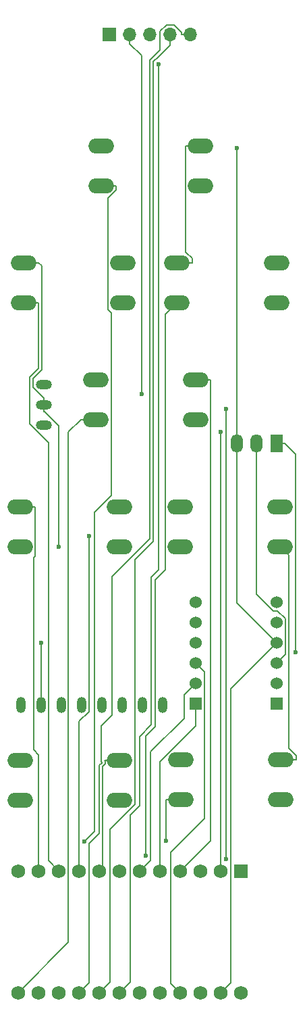
<source format=gbr>
%TF.GenerationSoftware,KiCad,Pcbnew,8.0.6*%
%TF.CreationDate,2025-03-08T22:03:20-06:00*%
%TF.ProjectId,fullycustomcontrolle one handv4,66756c6c-7963-4757-9374-6f6d636f6e74,rev?*%
%TF.SameCoordinates,Original*%
%TF.FileFunction,Copper,L1,Top*%
%TF.FilePolarity,Positive*%
%FSLAX46Y46*%
G04 Gerber Fmt 4.6, Leading zero omitted, Abs format (unit mm)*
G04 Created by KiCad (PCBNEW 8.0.6) date 2025-03-08 22:03:20*
%MOMM*%
%LPD*%
G01*
G04 APERTURE LIST*
%TA.AperFunction,ComponentPad*%
%ADD10O,1.200000X2.000000*%
%TD*%
%TA.AperFunction,ComponentPad*%
%ADD11O,3.200000X1.900000*%
%TD*%
%TA.AperFunction,ComponentPad*%
%ADD12O,2.000000X1.200000*%
%TD*%
%TA.AperFunction,ComponentPad*%
%ADD13R,1.752600X1.752600*%
%TD*%
%TA.AperFunction,ComponentPad*%
%ADD14C,1.752600*%
%TD*%
%TA.AperFunction,ComponentPad*%
%ADD15R,1.700000X1.700000*%
%TD*%
%TA.AperFunction,ComponentPad*%
%ADD16O,1.700000X1.700000*%
%TD*%
%TA.AperFunction,ComponentPad*%
%ADD17C,1.524000*%
%TD*%
%TA.AperFunction,ComponentPad*%
%ADD18R,1.524000X1.524000*%
%TD*%
%TA.AperFunction,ComponentPad*%
%ADD19R,1.500000X2.300000*%
%TD*%
%TA.AperFunction,ComponentPad*%
%ADD20O,1.500000X2.300000*%
%TD*%
%TA.AperFunction,ViaPad*%
%ADD21C,0.600000*%
%TD*%
%TA.AperFunction,Conductor*%
%ADD22C,0.200000*%
%TD*%
G04 APERTURE END LIST*
D10*
%TO.P,MPU1,1,VCC*%
%TO.N,Net-(MPU1-VCC)*%
X180630000Y-110640000D03*
%TO.P,MPU1,2,GND*%
%TO.N,Net-(J1-Pin_1)*%
X183170000Y-110640000D03*
%TO.P,MPU1,3,SCL*%
%TO.N,Net-(MPU1-SCL)*%
X185710000Y-110640000D03*
%TO.P,MPU1,4,SDA*%
%TO.N,Net-(MPU1-SDA)*%
X188250000Y-110640000D03*
%TO.P,MPU1,5,XDA*%
%TO.N,unconnected-(MPU1-XDA-Pad5)*%
X190790000Y-110640000D03*
%TO.P,MPU1,6,XCL*%
%TO.N,unconnected-(MPU1-XCL-Pad6)*%
X193330000Y-110640000D03*
%TO.P,MPU1,7,AD0*%
%TO.N,unconnected-(MPU1-AD0-Pad7)*%
X195870000Y-110640000D03*
%TO.P,MPU1,8,INT*%
%TO.N,unconnected-(MPU1-INT-Pad8)*%
X198410000Y-110640000D03*
%TD*%
D11*
%TO.P,SW8,1,1*%
%TO.N,Net-(SW5-B)*%
X200225000Y-55245000D03*
X212725000Y-55245000D03*
%TO.P,SW8,2,2*%
%TO.N,Net-(U1-B2)*%
X200225000Y-60245000D03*
X212725000Y-60245000D03*
%TD*%
D12*
%TO.P,SW5,1,A*%
%TO.N,Net-(SW5-A)*%
X183515000Y-70485000D03*
%TO.P,SW5,2,B*%
%TO.N,Net-(SW5-B)*%
X183515000Y-73025000D03*
%TO.P,SW5,3,C*%
%TO.N,Net-(SW5-C)*%
X183515000Y-75565000D03*
%TD*%
D11*
%TO.P,SW6,1,1*%
%TO.N,Net-(U1-E6)*%
X193475000Y-60245000D03*
X180975000Y-60245000D03*
%TO.P,SW6,2,2*%
%TO.N,Net-(SW5-B)*%
X193475000Y-55245000D03*
X180975000Y-55245000D03*
%TD*%
D13*
%TO.P,U1,1,TX*%
%TO.N,Net-(SW5-A)*%
X208280000Y-131445000D03*
D14*
%TO.P,U1,2,RX*%
%TO.N,Net-(SW5-C)*%
X205740000Y-131445000D03*
%TO.P,U1,3,GND*%
%TO.N,Net-(SW5-B)*%
X203200000Y-131445000D03*
%TO.P,U1,4,GND*%
%TO.N,Net-(SW9-Pad1)*%
X200660000Y-131445000D03*
%TO.P,U1,5,SDA*%
%TO.N,Net-(U1-SDA)*%
X198120000Y-131445000D03*
%TO.P,U1,6,SCL*%
%TO.N,Net-(U1-SCL)*%
X195580000Y-131445000D03*
%TO.P,U1,7,D4*%
%TO.N,Net-(U1-D4)*%
X193040000Y-131445000D03*
%TO.P,U1,8,C6*%
%TO.N,Net-(U1-C6)*%
X190500000Y-131445000D03*
%TO.P,U1,9,D7*%
%TO.N,Net-(U1-D7)*%
X187960000Y-131445000D03*
%TO.P,U1,10,E6*%
%TO.N,Net-(U1-E6)*%
X185420000Y-131445000D03*
%TO.P,U1,11,B4*%
%TO.N,Net-(U1-B4)*%
X182880000Y-131445000D03*
%TO.P,U1,12,B5*%
%TO.N,Net-(U1-B5)*%
X180340000Y-131445000D03*
%TO.P,U1,13,B6*%
%TO.N,Net-(U1-B6)*%
X180340000Y-146685000D03*
%TO.P,U1,14,B2*%
%TO.N,Net-(U1-B2)*%
X182880000Y-146685000D03*
%TO.P,U1,15,B3*%
%TO.N,unconnected-(U1-B3-Pad15)*%
X185420000Y-146685000D03*
%TO.P,U1,16,B1*%
%TO.N,Net-(J1-Pin_5)*%
X187960000Y-146685000D03*
%TO.P,U1,17,F7*%
%TO.N,Net-(J1-Pin_4)*%
X190500000Y-146685000D03*
%TO.P,U1,18,F6*%
%TO.N,Net-(J1-Pin_3)*%
X193040000Y-146685000D03*
%TO.P,U1,19,F5*%
%TO.N,unconnected-(U1-F5-Pad19)*%
X195580000Y-146685000D03*
%TO.P,U1,20,F4*%
%TO.N,unconnected-(U1-F4-Pad20)*%
X198120000Y-146685000D03*
%TO.P,U1,21,VCC*%
%TO.N,Net-(J1-Pin_2)*%
X200660000Y-146685000D03*
%TO.P,U1,22,RST*%
%TO.N,unconnected-(U1-RST-Pad22)*%
X203200000Y-146685000D03*
%TO.P,U1,23,GND*%
%TO.N,Net-(J1-Pin_1)*%
X205740000Y-146685000D03*
%TO.P,U1,24,RAW*%
%TO.N,unconnected-(U1-RAW-Pad24)*%
X208280000Y-146685000D03*
%TD*%
D11*
%TO.P,SW9,1,1*%
%TO.N,Net-(SW9-Pad1)*%
X190065000Y-69930000D03*
X202565000Y-69930000D03*
%TO.P,SW9,2,2*%
%TO.N,Net-(U1-B6)*%
X190065000Y-74930000D03*
X202565000Y-74930000D03*
%TD*%
%TO.P,SW7,1,1*%
%TO.N,Net-(U1-B4)*%
X180540000Y-85805000D03*
X193040000Y-85805000D03*
%TO.P,SW7,2,2*%
%TO.N,Net-(SW5-B)*%
X180540000Y-90805000D03*
X193040000Y-90805000D03*
%TD*%
D15*
%TO.P,J1,1,Pin_1*%
%TO.N,Net-(J1-Pin_1)*%
X191770000Y-26670000D03*
D16*
%TO.P,J1,2,Pin_2*%
%TO.N,Net-(J1-Pin_2)*%
X194310000Y-26670000D03*
%TO.P,J1,3,Pin_3*%
%TO.N,Net-(J1-Pin_3)*%
X196850000Y-26670000D03*
%TO.P,J1,4,Pin_4*%
%TO.N,Net-(J1-Pin_4)*%
X199390000Y-26670000D03*
%TO.P,J1,5,Pin_5*%
%TO.N,Net-(J1-Pin_5)*%
X201930000Y-26670000D03*
%TD*%
D11*
%TO.P,SW1,1,1*%
%TO.N,Net-(U1-D7)*%
X200660000Y-85805000D03*
X213160000Y-85805000D03*
%TO.P,SW1,2,2*%
%TO.N,Net-(SW5-B)*%
X200660000Y-90805000D03*
X213160000Y-90805000D03*
%TD*%
D17*
%TO.P,U3,GND_1,GND*%
%TO.N,Net-(J1-Pin_1)*%
X202565000Y-102870000D03*
%TO.P,U3,GND_2,GND*%
X212725000Y-102870000D03*
%TO.P,U3,HV,HV*%
%TO.N,Net-(J1-Pin_2)*%
X202565000Y-105410000D03*
D18*
%TO.P,U3,HV1,HV1*%
%TO.N,Net-(U1-SDA)*%
X202565000Y-110490000D03*
D17*
%TO.P,U3,HV2,HV2*%
%TO.N,Net-(U1-SCL)*%
X202565000Y-107950000D03*
%TO.P,U3,HV3,HV3*%
%TO.N,unconnected-(U3-PadHV3)*%
X202565000Y-100330000D03*
%TO.P,U3,HV4,HV4*%
%TO.N,unconnected-(U3-PadHV4)*%
X202565000Y-97790000D03*
%TO.P,U3,LV,LV*%
%TO.N,Net-(MPU1-VCC)*%
X212725000Y-105410000D03*
D18*
%TO.P,U3,LV1,LV1*%
%TO.N,Net-(MPU1-SDA)*%
X212725000Y-110490000D03*
D17*
%TO.P,U3,LV2,LV2*%
%TO.N,Net-(MPU1-SCL)*%
X212725000Y-107950000D03*
%TO.P,U3,LV3,LV3*%
%TO.N,unconnected-(U3-PadLV3)*%
X212725000Y-100330000D03*
%TO.P,U3,LV4,LV4*%
%TO.N,unconnected-(U3-PadLV4)*%
X212725000Y-97790000D03*
%TD*%
D11*
%TO.P,SW2,1,1*%
%TO.N,Net-(U1-D4)*%
X213260000Y-122515000D03*
X200760000Y-122515000D03*
%TO.P,SW2,2,2*%
%TO.N,Net-(SW5-B)*%
X213260000Y-117515000D03*
X200760000Y-117515000D03*
%TD*%
%TO.P,SW3,1,1*%
%TO.N,Net-(U1-B5)*%
X203200000Y-45640000D03*
X190700000Y-45640000D03*
%TO.P,SW3,2,2*%
%TO.N,Net-(SW5-B)*%
X203200000Y-40640000D03*
X190700000Y-40640000D03*
%TD*%
D19*
%TO.P,U2,1,IN*%
%TO.N,Net-(J1-Pin_2)*%
X212735000Y-77925000D03*
D20*
%TO.P,U2,2,OUT*%
%TO.N,Net-(MPU1-VCC)*%
X210235000Y-77925000D03*
%TO.P,U2,3,GND*%
%TO.N,Net-(J1-Pin_1)*%
X207735000Y-77875000D03*
%TD*%
D11*
%TO.P,SW4,1,1*%
%TO.N,Net-(U1-C6)*%
X180540000Y-117555000D03*
X193040000Y-117555000D03*
%TO.P,SW4,2,2*%
%TO.N,Net-(SW5-B)*%
X180540000Y-122555000D03*
X193040000Y-122555000D03*
%TD*%
D21*
%TO.N,Net-(SW5-B)*%
X185355100Y-90805000D03*
%TO.N,Net-(SW5-A)*%
X206375100Y-129933000D03*
X206375100Y-73588900D03*
%TO.N,Net-(SW5-C)*%
X205740000Y-76466700D03*
%TO.N,Net-(U1-B2)*%
X196278700Y-129576100D03*
%TO.N,Net-(J1-Pin_3)*%
X197922600Y-30349400D03*
%TO.N,Net-(U1-B5)*%
X188596800Y-127780000D03*
%TO.N,Net-(U1-D4)*%
X198858300Y-127661600D03*
%TO.N,Net-(U1-D7)*%
X189190100Y-89448100D03*
%TO.N,Net-(J1-Pin_2)*%
X215111000Y-104007800D03*
X195783500Y-71737300D03*
%TO.N,Net-(J1-Pin_1)*%
X207735000Y-40912200D03*
X183170000Y-102870000D03*
%TD*%
D22*
%TO.N,Net-(SW9-Pad1)*%
X204466700Y-127638300D02*
X200660000Y-131445000D01*
X204466700Y-69930000D02*
X204466700Y-127638300D01*
X202565000Y-69930000D02*
X204466700Y-69930000D01*
%TO.N,Net-(U1-B6)*%
X186620100Y-76473200D02*
X188163300Y-74930000D01*
X186620100Y-140404900D02*
X186620100Y-76473200D01*
X180340000Y-146685000D02*
X186620100Y-140404900D01*
X190065000Y-74930000D02*
X188163300Y-74930000D01*
%TO.N,Net-(SW5-B)*%
X202126700Y-54726500D02*
X202126700Y-55245000D01*
X201298300Y-53898100D02*
X202126700Y-54726500D01*
X201298300Y-40640000D02*
X201298300Y-53898100D01*
X203200000Y-40640000D02*
X201298300Y-40640000D01*
X200225000Y-55245000D02*
X202126700Y-55245000D01*
X183291200Y-55659500D02*
X182876700Y-55245000D01*
X183291200Y-68665500D02*
X183291200Y-55659500D01*
X182193500Y-69763200D02*
X183291200Y-68665500D01*
X182193500Y-70881200D02*
X182193500Y-69763200D01*
X183435600Y-72123300D02*
X182193500Y-70881200D01*
X183515000Y-72123300D02*
X183435600Y-72123300D01*
X183515000Y-73025000D02*
X183515000Y-72123300D01*
X180975000Y-55245000D02*
X182876700Y-55245000D01*
X214236700Y-91881700D02*
X213160000Y-90805000D01*
X214236700Y-116071500D02*
X214236700Y-91881700D01*
X215161700Y-116996500D02*
X214236700Y-116071500D01*
X215161700Y-117515000D02*
X215161700Y-116996500D01*
X213260000Y-117515000D02*
X215161700Y-117515000D01*
X183515000Y-73025000D02*
X183515000Y-73926700D01*
X185355100Y-75670100D02*
X185355100Y-90805000D01*
X183611700Y-73926700D02*
X185355100Y-75670100D01*
X183515000Y-73926700D02*
X183611700Y-73926700D01*
%TO.N,Net-(U1-C6)*%
X193040000Y-117555000D02*
X191138300Y-117555000D01*
X191138200Y-117555100D02*
X191138300Y-117555000D01*
X191138200Y-117625100D02*
X191138200Y-117555100D01*
X191220900Y-117707800D02*
X191138200Y-117625100D01*
X191220900Y-118040400D02*
X191220900Y-117707800D01*
X190901700Y-118359600D02*
X191220900Y-118040400D01*
X190901700Y-131043300D02*
X190901700Y-118359600D01*
X190500000Y-131445000D02*
X190901700Y-131043300D01*
%TO.N,Net-(U1-B4)*%
X182441700Y-92026900D02*
X182441700Y-85805000D01*
X182248500Y-92220100D02*
X182441700Y-92026900D01*
X182248500Y-116283500D02*
X182248500Y-92220100D01*
X182880000Y-116915000D02*
X182248500Y-116283500D01*
X182880000Y-131445000D02*
X182880000Y-116915000D01*
X180540000Y-85805000D02*
X182441700Y-85805000D01*
%TO.N,Net-(SW5-A)*%
X206375100Y-129933000D02*
X206375100Y-73588900D01*
%TO.N,Net-(U1-SDA)*%
X198120000Y-117734800D02*
X198120000Y-131445000D01*
X202565000Y-113289800D02*
X198120000Y-117734800D01*
X202565000Y-110490000D02*
X202565000Y-113289800D01*
%TO.N,Net-(SW5-C)*%
X205740000Y-131445000D02*
X205740000Y-76466700D01*
%TO.N,Net-(U1-B2)*%
X196278700Y-114585700D02*
X196278700Y-129576100D01*
X197481200Y-113383200D02*
X196278700Y-114585700D01*
X197481200Y-94960000D02*
X197481200Y-113383200D01*
X198737500Y-93703700D02*
X197481200Y-94960000D01*
X198737500Y-61732500D02*
X198737500Y-93703700D01*
X200225000Y-60245000D02*
X198737500Y-61732500D01*
%TO.N,Net-(U1-E6)*%
X180975000Y-60245000D02*
X182876700Y-60245000D01*
X184090000Y-130115000D02*
X185420000Y-131445000D01*
X184090000Y-77815200D02*
X184090000Y-130115000D01*
X181741800Y-75467000D02*
X184090000Y-77815200D01*
X181741800Y-69618500D02*
X181741800Y-75467000D01*
X182876700Y-68483600D02*
X181741800Y-69618500D01*
X182876700Y-60245000D02*
X182876700Y-68483600D01*
%TO.N,Net-(U1-SCL)*%
X201099600Y-109415400D02*
X202565000Y-107950000D01*
X201099600Y-112314400D02*
X201099600Y-109415400D01*
X196888700Y-116525300D02*
X201099600Y-112314400D01*
X196888700Y-130136300D02*
X196888700Y-116525300D01*
X195580000Y-131445000D02*
X196888700Y-130136300D01*
%TO.N,Net-(J1-Pin_3)*%
X194362200Y-145362800D02*
X193040000Y-146685000D01*
X194362200Y-124414500D02*
X194362200Y-145362800D01*
X195521600Y-123255100D02*
X194362200Y-124414500D01*
X195521600Y-114633500D02*
X195521600Y-123255100D01*
X197004900Y-113150200D02*
X195521600Y-114633500D01*
X197004900Y-94668100D02*
X197004900Y-113150200D01*
X197922600Y-93750400D02*
X197004900Y-94668100D01*
X197922600Y-30349400D02*
X197922600Y-93750400D01*
%TO.N,Net-(J1-Pin_5)*%
X201930000Y-26670000D02*
X200778300Y-26670000D01*
X189230100Y-145414900D02*
X187960000Y-146685000D01*
X189230100Y-127995500D02*
X189230100Y-145414900D01*
X190500000Y-126725600D02*
X189230100Y-127995500D01*
X190500000Y-118193300D02*
X190500000Y-126725600D01*
X190777900Y-117915400D02*
X190500000Y-118193300D01*
X190777900Y-117832800D02*
X190777900Y-117915400D01*
X190727800Y-117782700D02*
X190777900Y-117832800D01*
X190727800Y-113272400D02*
X190727800Y-117782700D01*
X192060000Y-111940200D02*
X190727800Y-113272400D01*
X192060000Y-94558500D02*
X192060000Y-111940200D01*
X196825300Y-89793200D02*
X192060000Y-94558500D01*
X196825300Y-29913600D02*
X196825300Y-89793200D01*
X198120100Y-28618800D02*
X196825300Y-29913600D01*
X198120100Y-26269400D02*
X198120100Y-28618800D01*
X198901300Y-25488200D02*
X198120100Y-26269400D01*
X199884400Y-25488200D02*
X198901300Y-25488200D01*
X200778300Y-26382100D02*
X199884400Y-25488200D01*
X200778300Y-26670000D02*
X200778300Y-26382100D01*
%TO.N,Net-(J1-Pin_4)*%
X199390000Y-26670000D02*
X199390000Y-27821700D01*
X191820000Y-145365000D02*
X190500000Y-146685000D01*
X191820000Y-126205900D02*
X191820000Y-145365000D01*
X194965000Y-123060900D02*
X191820000Y-126205900D01*
X194965000Y-92421700D02*
X194965000Y-123060900D01*
X197227000Y-90159700D02*
X194965000Y-92421700D01*
X197227000Y-30079900D02*
X197227000Y-90159700D01*
X197579600Y-29727300D02*
X197227000Y-30079900D01*
X197697800Y-29727300D02*
X197579600Y-29727300D01*
X199390000Y-28035100D02*
X197697800Y-29727300D01*
X199390000Y-27821700D02*
X199390000Y-28035100D01*
%TO.N,Net-(U1-B5)*%
X190700000Y-45640000D02*
X192601700Y-45640000D01*
X189881700Y-126495100D02*
X188596800Y-127780000D01*
X189881700Y-86543100D02*
X189881700Y-126495100D01*
X191996400Y-84428400D02*
X189881700Y-86543100D01*
X191996400Y-61584800D02*
X191996400Y-84428400D01*
X191571000Y-61159400D02*
X191996400Y-61584800D01*
X191571000Y-47189200D02*
X191571000Y-61159400D01*
X192601700Y-46158500D02*
X191571000Y-47189200D01*
X192601700Y-45640000D02*
X192601700Y-46158500D01*
%TO.N,Net-(U1-D4)*%
X200760000Y-122515000D02*
X198858300Y-122515000D01*
X198858300Y-122515000D02*
X198858300Y-127661600D01*
%TO.N,Net-(U1-D7)*%
X187960000Y-112727900D02*
X187960000Y-131445000D01*
X189190100Y-111497800D02*
X187960000Y-112727900D01*
X189190100Y-89448100D02*
X189190100Y-111497800D01*
%TO.N,Net-(J1-Pin_2)*%
X215111000Y-79249300D02*
X215111000Y-104007800D01*
X213786700Y-77925000D02*
X215111000Y-79249300D01*
X212735000Y-77925000D02*
X213786700Y-77925000D01*
X194310000Y-26670000D02*
X194310000Y-27821700D01*
X199469400Y-145494400D02*
X200660000Y-146685000D01*
X199469400Y-129085800D02*
X199469400Y-145494400D01*
X203673800Y-124881400D02*
X199469400Y-129085800D01*
X203673800Y-106518800D02*
X203673800Y-124881400D01*
X202565000Y-105410000D02*
X203673800Y-106518800D01*
X195783500Y-29295200D02*
X195783500Y-71737300D01*
X194310000Y-27821700D02*
X195783500Y-29295200D01*
%TO.N,Net-(J1-Pin_1)*%
X207735000Y-77875000D02*
X207735000Y-40912200D01*
X183170000Y-110640000D02*
X183170000Y-102870000D01*
X207735000Y-97880000D02*
X212725000Y-102870000D01*
X207735000Y-77875000D02*
X207735000Y-97880000D01*
X207010100Y-145414900D02*
X205740000Y-146685000D01*
X207010100Y-108584900D02*
X207010100Y-145414900D01*
X212725000Y-102870000D02*
X207010100Y-108584900D01*
%TO.N,Net-(MPU1-VCC)*%
X213831800Y-104303200D02*
X212725000Y-105410000D01*
X213831800Y-99850100D02*
X213831800Y-104303200D01*
X212835400Y-98853700D02*
X213831800Y-99850100D01*
X212284400Y-98853700D02*
X212835400Y-98853700D01*
X210235000Y-96804300D02*
X212284400Y-98853700D01*
X210235000Y-77925000D02*
X210235000Y-96804300D01*
%TD*%
M02*

</source>
